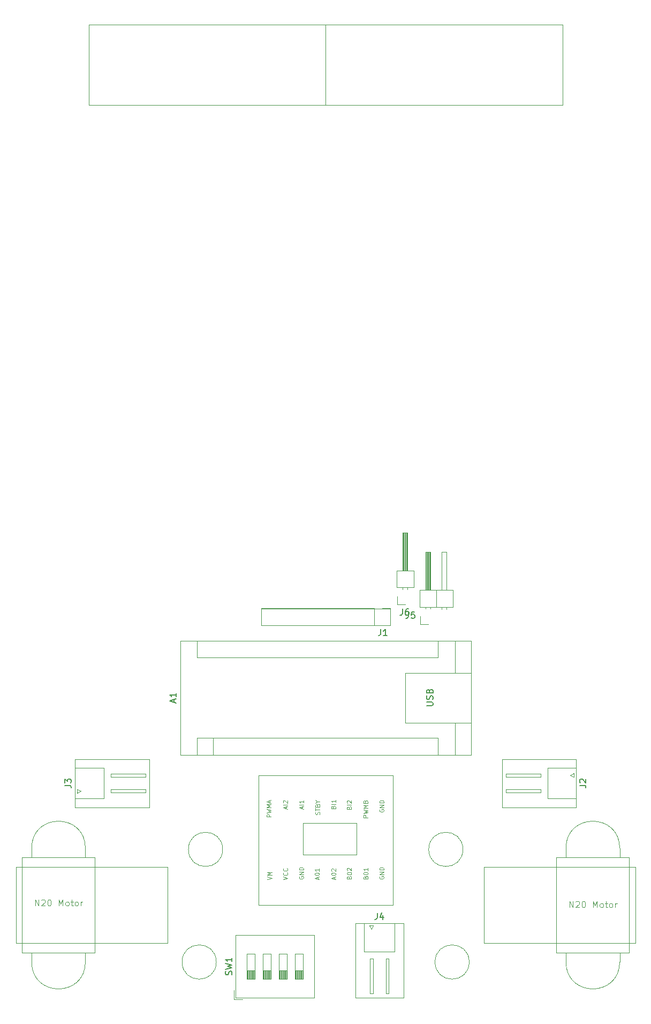
<source format=gbr>
%TF.GenerationSoftware,KiCad,Pcbnew,8.0.3*%
%TF.CreationDate,2025-03-11T13:15:15+08:00*%
%TF.ProjectId,uyLy_LFChassis,75794c79-5f4c-4464-9368-61737369732e,rev?*%
%TF.SameCoordinates,Original*%
%TF.FileFunction,Legend,Top*%
%TF.FilePolarity,Positive*%
%FSLAX46Y46*%
G04 Gerber Fmt 4.6, Leading zero omitted, Abs format (unit mm)*
G04 Created by KiCad (PCBNEW 8.0.3) date 2025-03-11 13:15:15*
%MOMM*%
%LPD*%
G01*
G04 APERTURE LIST*
%ADD10C,0.100000*%
%ADD11C,0.150000*%
%ADD12C,0.121920*%
%ADD13C,0.120000*%
G04 APERTURE END LIST*
D10*
X319404163Y-276200000D02*
G75*
G02*
X313995837Y-276200000I-2704163J0D01*
G01*
X313995837Y-276200000D02*
G75*
G02*
X319404163Y-276200000I2704163J0D01*
G01*
X286500000Y-220340000D02*
X306950000Y-220340000D01*
X306950000Y-222970000D01*
X286500000Y-222970000D01*
X286500000Y-220340000D01*
X282410000Y-271940000D02*
X294870000Y-271940000D01*
X294870000Y-281840000D01*
X282410000Y-281840000D01*
X282410000Y-271940000D01*
X248700000Y-259700000D02*
X260200000Y-259700000D01*
X260200000Y-274700000D01*
X248700000Y-274700000D01*
X248700000Y-259700000D01*
X318404163Y-258400000D02*
G75*
G02*
X312995837Y-258400000I-2704163J0D01*
G01*
X312995837Y-258400000D02*
G75*
G02*
X318404163Y-258400000I2704163J0D01*
G01*
X324590000Y-244140000D02*
X336310000Y-244140000D01*
X336310000Y-251760000D01*
X324590000Y-251760000D01*
X324590000Y-244140000D01*
X257090000Y-244140000D02*
X268810000Y-244140000D01*
X268810000Y-251760000D01*
X257090000Y-251760000D01*
X257090000Y-244140000D01*
X279404163Y-276200000D02*
G75*
G02*
X273995837Y-276200000I-2704163J0D01*
G01*
X273995837Y-276200000D02*
G75*
G02*
X279404163Y-276200000I2704163J0D01*
G01*
X321700000Y-261200000D02*
X345700000Y-261200000D01*
X345700000Y-273200000D01*
X321700000Y-273200000D01*
X321700000Y-261200000D01*
X333200000Y-259700000D02*
X344700000Y-259700000D01*
X344700000Y-274700000D01*
X333200000Y-274700000D01*
X333200000Y-259700000D01*
X273710000Y-225420000D02*
X319700000Y-225420000D01*
X319700000Y-243450000D01*
X273710000Y-243450000D01*
X273710000Y-225420000D01*
X247700000Y-261200000D02*
X271700000Y-261200000D01*
X271700000Y-273200000D01*
X247700000Y-273200000D01*
X247700000Y-261200000D01*
X301390000Y-270090000D02*
X309010000Y-270090000D01*
X309010000Y-281810000D01*
X301390000Y-281810000D01*
X301390000Y-270090000D01*
X280404163Y-258400000D02*
G75*
G02*
X274995837Y-258400000I-2704163J0D01*
G01*
X274995837Y-258400000D02*
G75*
G02*
X280404163Y-258400000I2704163J0D01*
G01*
X286125000Y-246700000D02*
X307375000Y-246700000D01*
X307375000Y-267200000D01*
X286125000Y-267200000D01*
X286125000Y-246700000D01*
X250753884Y-267322419D02*
X250753884Y-266322419D01*
X250753884Y-266322419D02*
X251325312Y-267322419D01*
X251325312Y-267322419D02*
X251325312Y-266322419D01*
X251753884Y-266417657D02*
X251801503Y-266370038D01*
X251801503Y-266370038D02*
X251896741Y-266322419D01*
X251896741Y-266322419D02*
X252134836Y-266322419D01*
X252134836Y-266322419D02*
X252230074Y-266370038D01*
X252230074Y-266370038D02*
X252277693Y-266417657D01*
X252277693Y-266417657D02*
X252325312Y-266512895D01*
X252325312Y-266512895D02*
X252325312Y-266608133D01*
X252325312Y-266608133D02*
X252277693Y-266750990D01*
X252277693Y-266750990D02*
X251706265Y-267322419D01*
X251706265Y-267322419D02*
X252325312Y-267322419D01*
X252944360Y-266322419D02*
X253039598Y-266322419D01*
X253039598Y-266322419D02*
X253134836Y-266370038D01*
X253134836Y-266370038D02*
X253182455Y-266417657D01*
X253182455Y-266417657D02*
X253230074Y-266512895D01*
X253230074Y-266512895D02*
X253277693Y-266703371D01*
X253277693Y-266703371D02*
X253277693Y-266941466D01*
X253277693Y-266941466D02*
X253230074Y-267131942D01*
X253230074Y-267131942D02*
X253182455Y-267227180D01*
X253182455Y-267227180D02*
X253134836Y-267274800D01*
X253134836Y-267274800D02*
X253039598Y-267322419D01*
X253039598Y-267322419D02*
X252944360Y-267322419D01*
X252944360Y-267322419D02*
X252849122Y-267274800D01*
X252849122Y-267274800D02*
X252801503Y-267227180D01*
X252801503Y-267227180D02*
X252753884Y-267131942D01*
X252753884Y-267131942D02*
X252706265Y-266941466D01*
X252706265Y-266941466D02*
X252706265Y-266703371D01*
X252706265Y-266703371D02*
X252753884Y-266512895D01*
X252753884Y-266512895D02*
X252801503Y-266417657D01*
X252801503Y-266417657D02*
X252849122Y-266370038D01*
X252849122Y-266370038D02*
X252944360Y-266322419D01*
X254468170Y-267322419D02*
X254468170Y-266322419D01*
X254468170Y-266322419D02*
X254801503Y-267036704D01*
X254801503Y-267036704D02*
X255134836Y-266322419D01*
X255134836Y-266322419D02*
X255134836Y-267322419D01*
X255753884Y-267322419D02*
X255658646Y-267274800D01*
X255658646Y-267274800D02*
X255611027Y-267227180D01*
X255611027Y-267227180D02*
X255563408Y-267131942D01*
X255563408Y-267131942D02*
X255563408Y-266846228D01*
X255563408Y-266846228D02*
X255611027Y-266750990D01*
X255611027Y-266750990D02*
X255658646Y-266703371D01*
X255658646Y-266703371D02*
X255753884Y-266655752D01*
X255753884Y-266655752D02*
X255896741Y-266655752D01*
X255896741Y-266655752D02*
X255991979Y-266703371D01*
X255991979Y-266703371D02*
X256039598Y-266750990D01*
X256039598Y-266750990D02*
X256087217Y-266846228D01*
X256087217Y-266846228D02*
X256087217Y-267131942D01*
X256087217Y-267131942D02*
X256039598Y-267227180D01*
X256039598Y-267227180D02*
X255991979Y-267274800D01*
X255991979Y-267274800D02*
X255896741Y-267322419D01*
X255896741Y-267322419D02*
X255753884Y-267322419D01*
X256372932Y-266655752D02*
X256753884Y-266655752D01*
X256515789Y-266322419D02*
X256515789Y-267179561D01*
X256515789Y-267179561D02*
X256563408Y-267274800D01*
X256563408Y-267274800D02*
X256658646Y-267322419D01*
X256658646Y-267322419D02*
X256753884Y-267322419D01*
X257230075Y-267322419D02*
X257134837Y-267274800D01*
X257134837Y-267274800D02*
X257087218Y-267227180D01*
X257087218Y-267227180D02*
X257039599Y-267131942D01*
X257039599Y-267131942D02*
X257039599Y-266846228D01*
X257039599Y-266846228D02*
X257087218Y-266750990D01*
X257087218Y-266750990D02*
X257134837Y-266703371D01*
X257134837Y-266703371D02*
X257230075Y-266655752D01*
X257230075Y-266655752D02*
X257372932Y-266655752D01*
X257372932Y-266655752D02*
X257468170Y-266703371D01*
X257468170Y-266703371D02*
X257515789Y-266750990D01*
X257515789Y-266750990D02*
X257563408Y-266846228D01*
X257563408Y-266846228D02*
X257563408Y-267131942D01*
X257563408Y-267131942D02*
X257515789Y-267227180D01*
X257515789Y-267227180D02*
X257468170Y-267274800D01*
X257468170Y-267274800D02*
X257372932Y-267322419D01*
X257372932Y-267322419D02*
X257230075Y-267322419D01*
X257991980Y-267322419D02*
X257991980Y-266655752D01*
X257991980Y-266846228D02*
X258039599Y-266750990D01*
X258039599Y-266750990D02*
X258087218Y-266703371D01*
X258087218Y-266703371D02*
X258182456Y-266655752D01*
X258182456Y-266655752D02*
X258277694Y-266655752D01*
X335253884Y-267572419D02*
X335253884Y-266572419D01*
X335253884Y-266572419D02*
X335825312Y-267572419D01*
X335825312Y-267572419D02*
X335825312Y-266572419D01*
X336253884Y-266667657D02*
X336301503Y-266620038D01*
X336301503Y-266620038D02*
X336396741Y-266572419D01*
X336396741Y-266572419D02*
X336634836Y-266572419D01*
X336634836Y-266572419D02*
X336730074Y-266620038D01*
X336730074Y-266620038D02*
X336777693Y-266667657D01*
X336777693Y-266667657D02*
X336825312Y-266762895D01*
X336825312Y-266762895D02*
X336825312Y-266858133D01*
X336825312Y-266858133D02*
X336777693Y-267000990D01*
X336777693Y-267000990D02*
X336206265Y-267572419D01*
X336206265Y-267572419D02*
X336825312Y-267572419D01*
X337444360Y-266572419D02*
X337539598Y-266572419D01*
X337539598Y-266572419D02*
X337634836Y-266620038D01*
X337634836Y-266620038D02*
X337682455Y-266667657D01*
X337682455Y-266667657D02*
X337730074Y-266762895D01*
X337730074Y-266762895D02*
X337777693Y-266953371D01*
X337777693Y-266953371D02*
X337777693Y-267191466D01*
X337777693Y-267191466D02*
X337730074Y-267381942D01*
X337730074Y-267381942D02*
X337682455Y-267477180D01*
X337682455Y-267477180D02*
X337634836Y-267524800D01*
X337634836Y-267524800D02*
X337539598Y-267572419D01*
X337539598Y-267572419D02*
X337444360Y-267572419D01*
X337444360Y-267572419D02*
X337349122Y-267524800D01*
X337349122Y-267524800D02*
X337301503Y-267477180D01*
X337301503Y-267477180D02*
X337253884Y-267381942D01*
X337253884Y-267381942D02*
X337206265Y-267191466D01*
X337206265Y-267191466D02*
X337206265Y-266953371D01*
X337206265Y-266953371D02*
X337253884Y-266762895D01*
X337253884Y-266762895D02*
X337301503Y-266667657D01*
X337301503Y-266667657D02*
X337349122Y-266620038D01*
X337349122Y-266620038D02*
X337444360Y-266572419D01*
X338968170Y-267572419D02*
X338968170Y-266572419D01*
X338968170Y-266572419D02*
X339301503Y-267286704D01*
X339301503Y-267286704D02*
X339634836Y-266572419D01*
X339634836Y-266572419D02*
X339634836Y-267572419D01*
X340253884Y-267572419D02*
X340158646Y-267524800D01*
X340158646Y-267524800D02*
X340111027Y-267477180D01*
X340111027Y-267477180D02*
X340063408Y-267381942D01*
X340063408Y-267381942D02*
X340063408Y-267096228D01*
X340063408Y-267096228D02*
X340111027Y-267000990D01*
X340111027Y-267000990D02*
X340158646Y-266953371D01*
X340158646Y-266953371D02*
X340253884Y-266905752D01*
X340253884Y-266905752D02*
X340396741Y-266905752D01*
X340396741Y-266905752D02*
X340491979Y-266953371D01*
X340491979Y-266953371D02*
X340539598Y-267000990D01*
X340539598Y-267000990D02*
X340587217Y-267096228D01*
X340587217Y-267096228D02*
X340587217Y-267381942D01*
X340587217Y-267381942D02*
X340539598Y-267477180D01*
X340539598Y-267477180D02*
X340491979Y-267524800D01*
X340491979Y-267524800D02*
X340396741Y-267572419D01*
X340396741Y-267572419D02*
X340253884Y-267572419D01*
X340872932Y-266905752D02*
X341253884Y-266905752D01*
X341015789Y-266572419D02*
X341015789Y-267429561D01*
X341015789Y-267429561D02*
X341063408Y-267524800D01*
X341063408Y-267524800D02*
X341158646Y-267572419D01*
X341158646Y-267572419D02*
X341253884Y-267572419D01*
X341730075Y-267572419D02*
X341634837Y-267524800D01*
X341634837Y-267524800D02*
X341587218Y-267477180D01*
X341587218Y-267477180D02*
X341539599Y-267381942D01*
X341539599Y-267381942D02*
X341539599Y-267096228D01*
X341539599Y-267096228D02*
X341587218Y-267000990D01*
X341587218Y-267000990D02*
X341634837Y-266953371D01*
X341634837Y-266953371D02*
X341730075Y-266905752D01*
X341730075Y-266905752D02*
X341872932Y-266905752D01*
X341872932Y-266905752D02*
X341968170Y-266953371D01*
X341968170Y-266953371D02*
X342015789Y-267000990D01*
X342015789Y-267000990D02*
X342063408Y-267096228D01*
X342063408Y-267096228D02*
X342063408Y-267381942D01*
X342063408Y-267381942D02*
X342015789Y-267477180D01*
X342015789Y-267477180D02*
X341968170Y-267524800D01*
X341968170Y-267524800D02*
X341872932Y-267572419D01*
X341872932Y-267572419D02*
X341730075Y-267572419D01*
X342491980Y-267572419D02*
X342491980Y-266905752D01*
X342491980Y-267096228D02*
X342539599Y-267000990D01*
X342539599Y-267000990D02*
X342587218Y-266953371D01*
X342587218Y-266953371D02*
X342682456Y-266905752D01*
X342682456Y-266905752D02*
X342777694Y-266905752D01*
D11*
X336854819Y-248283333D02*
X337569104Y-248283333D01*
X337569104Y-248283333D02*
X337711961Y-248330952D01*
X337711961Y-248330952D02*
X337807200Y-248426190D01*
X337807200Y-248426190D02*
X337854819Y-248569047D01*
X337854819Y-248569047D02*
X337854819Y-248664285D01*
X336950057Y-247854761D02*
X336902438Y-247807142D01*
X336902438Y-247807142D02*
X336854819Y-247711904D01*
X336854819Y-247711904D02*
X336854819Y-247473809D01*
X336854819Y-247473809D02*
X336902438Y-247378571D01*
X336902438Y-247378571D02*
X336950057Y-247330952D01*
X336950057Y-247330952D02*
X337045295Y-247283333D01*
X337045295Y-247283333D02*
X337140533Y-247283333D01*
X337140533Y-247283333D02*
X337283390Y-247330952D01*
X337283390Y-247330952D02*
X337854819Y-247902380D01*
X337854819Y-247902380D02*
X337854819Y-247283333D01*
X304866666Y-268454819D02*
X304866666Y-269169104D01*
X304866666Y-269169104D02*
X304819047Y-269311961D01*
X304819047Y-269311961D02*
X304723809Y-269407200D01*
X304723809Y-269407200D02*
X304580952Y-269454819D01*
X304580952Y-269454819D02*
X304485714Y-269454819D01*
X305771428Y-268788152D02*
X305771428Y-269454819D01*
X305533333Y-268407200D02*
X305295238Y-269121485D01*
X305295238Y-269121485D02*
X305914285Y-269121485D01*
X308856666Y-220404819D02*
X308856666Y-221119104D01*
X308856666Y-221119104D02*
X308809047Y-221261961D01*
X308809047Y-221261961D02*
X308713809Y-221357200D01*
X308713809Y-221357200D02*
X308570952Y-221404819D01*
X308570952Y-221404819D02*
X308475714Y-221404819D01*
X309761428Y-220404819D02*
X309570952Y-220404819D01*
X309570952Y-220404819D02*
X309475714Y-220452438D01*
X309475714Y-220452438D02*
X309428095Y-220500057D01*
X309428095Y-220500057D02*
X309332857Y-220642914D01*
X309332857Y-220642914D02*
X309285238Y-220833390D01*
X309285238Y-220833390D02*
X309285238Y-221214342D01*
X309285238Y-221214342D02*
X309332857Y-221309580D01*
X309332857Y-221309580D02*
X309380476Y-221357200D01*
X309380476Y-221357200D02*
X309475714Y-221404819D01*
X309475714Y-221404819D02*
X309666190Y-221404819D01*
X309666190Y-221404819D02*
X309761428Y-221357200D01*
X309761428Y-221357200D02*
X309809047Y-221309580D01*
X309809047Y-221309580D02*
X309856666Y-221214342D01*
X309856666Y-221214342D02*
X309856666Y-220976247D01*
X309856666Y-220976247D02*
X309809047Y-220881009D01*
X309809047Y-220881009D02*
X309761428Y-220833390D01*
X309761428Y-220833390D02*
X309666190Y-220785771D01*
X309666190Y-220785771D02*
X309475714Y-220785771D01*
X309475714Y-220785771D02*
X309380476Y-220833390D01*
X309380476Y-220833390D02*
X309332857Y-220881009D01*
X309332857Y-220881009D02*
X309285238Y-220976247D01*
X281817200Y-278223332D02*
X281864819Y-278080475D01*
X281864819Y-278080475D02*
X281864819Y-277842380D01*
X281864819Y-277842380D02*
X281817200Y-277747142D01*
X281817200Y-277747142D02*
X281769580Y-277699523D01*
X281769580Y-277699523D02*
X281674342Y-277651904D01*
X281674342Y-277651904D02*
X281579104Y-277651904D01*
X281579104Y-277651904D02*
X281483866Y-277699523D01*
X281483866Y-277699523D02*
X281436247Y-277747142D01*
X281436247Y-277747142D02*
X281388628Y-277842380D01*
X281388628Y-277842380D02*
X281341009Y-278032856D01*
X281341009Y-278032856D02*
X281293390Y-278128094D01*
X281293390Y-278128094D02*
X281245771Y-278175713D01*
X281245771Y-278175713D02*
X281150533Y-278223332D01*
X281150533Y-278223332D02*
X281055295Y-278223332D01*
X281055295Y-278223332D02*
X280960057Y-278175713D01*
X280960057Y-278175713D02*
X280912438Y-278128094D01*
X280912438Y-278128094D02*
X280864819Y-278032856D01*
X280864819Y-278032856D02*
X280864819Y-277794761D01*
X280864819Y-277794761D02*
X280912438Y-277651904D01*
X280864819Y-277318570D02*
X281864819Y-277080475D01*
X281864819Y-277080475D02*
X281150533Y-276889999D01*
X281150533Y-276889999D02*
X281864819Y-276699523D01*
X281864819Y-276699523D02*
X280864819Y-276461428D01*
X281864819Y-275556666D02*
X281864819Y-276128094D01*
X281864819Y-275842380D02*
X280864819Y-275842380D01*
X280864819Y-275842380D02*
X281007676Y-275937618D01*
X281007676Y-275937618D02*
X281102914Y-276032856D01*
X281102914Y-276032856D02*
X281150533Y-276128094D01*
X309791666Y-220879819D02*
X309791666Y-221594104D01*
X309791666Y-221594104D02*
X309744047Y-221736961D01*
X309744047Y-221736961D02*
X309648809Y-221832200D01*
X309648809Y-221832200D02*
X309505952Y-221879819D01*
X309505952Y-221879819D02*
X309410714Y-221879819D01*
X310744047Y-220879819D02*
X310267857Y-220879819D01*
X310267857Y-220879819D02*
X310220238Y-221356009D01*
X310220238Y-221356009D02*
X310267857Y-221308390D01*
X310267857Y-221308390D02*
X310363095Y-221260771D01*
X310363095Y-221260771D02*
X310601190Y-221260771D01*
X310601190Y-221260771D02*
X310696428Y-221308390D01*
X310696428Y-221308390D02*
X310744047Y-221356009D01*
X310744047Y-221356009D02*
X310791666Y-221451247D01*
X310791666Y-221451247D02*
X310791666Y-221689342D01*
X310791666Y-221689342D02*
X310744047Y-221784580D01*
X310744047Y-221784580D02*
X310696428Y-221832200D01*
X310696428Y-221832200D02*
X310601190Y-221879819D01*
X310601190Y-221879819D02*
X310363095Y-221879819D01*
X310363095Y-221879819D02*
X310267857Y-221832200D01*
X310267857Y-221832200D02*
X310220238Y-221784580D01*
X272739104Y-235154285D02*
X272739104Y-234678095D01*
X273024819Y-235249523D02*
X272024819Y-234916190D01*
X272024819Y-234916190D02*
X273024819Y-234582857D01*
X273024819Y-233725714D02*
X273024819Y-234297142D01*
X273024819Y-234011428D02*
X272024819Y-234011428D01*
X272024819Y-234011428D02*
X272167676Y-234106666D01*
X272167676Y-234106666D02*
X272262914Y-234201904D01*
X272262914Y-234201904D02*
X272310533Y-234297142D01*
X312664819Y-235701904D02*
X313474342Y-235701904D01*
X313474342Y-235701904D02*
X313569580Y-235654285D01*
X313569580Y-235654285D02*
X313617200Y-235606666D01*
X313617200Y-235606666D02*
X313664819Y-235511428D01*
X313664819Y-235511428D02*
X313664819Y-235320952D01*
X313664819Y-235320952D02*
X313617200Y-235225714D01*
X313617200Y-235225714D02*
X313569580Y-235178095D01*
X313569580Y-235178095D02*
X313474342Y-235130476D01*
X313474342Y-235130476D02*
X312664819Y-235130476D01*
X313617200Y-234701904D02*
X313664819Y-234559047D01*
X313664819Y-234559047D02*
X313664819Y-234320952D01*
X313664819Y-234320952D02*
X313617200Y-234225714D01*
X313617200Y-234225714D02*
X313569580Y-234178095D01*
X313569580Y-234178095D02*
X313474342Y-234130476D01*
X313474342Y-234130476D02*
X313379104Y-234130476D01*
X313379104Y-234130476D02*
X313283866Y-234178095D01*
X313283866Y-234178095D02*
X313236247Y-234225714D01*
X313236247Y-234225714D02*
X313188628Y-234320952D01*
X313188628Y-234320952D02*
X313141009Y-234511428D01*
X313141009Y-234511428D02*
X313093390Y-234606666D01*
X313093390Y-234606666D02*
X313045771Y-234654285D01*
X313045771Y-234654285D02*
X312950533Y-234701904D01*
X312950533Y-234701904D02*
X312855295Y-234701904D01*
X312855295Y-234701904D02*
X312760057Y-234654285D01*
X312760057Y-234654285D02*
X312712438Y-234606666D01*
X312712438Y-234606666D02*
X312664819Y-234511428D01*
X312664819Y-234511428D02*
X312664819Y-234273333D01*
X312664819Y-234273333D02*
X312712438Y-234130476D01*
X313141009Y-233368571D02*
X313188628Y-233225714D01*
X313188628Y-233225714D02*
X313236247Y-233178095D01*
X313236247Y-233178095D02*
X313331485Y-233130476D01*
X313331485Y-233130476D02*
X313474342Y-233130476D01*
X313474342Y-233130476D02*
X313569580Y-233178095D01*
X313569580Y-233178095D02*
X313617200Y-233225714D01*
X313617200Y-233225714D02*
X313664819Y-233320952D01*
X313664819Y-233320952D02*
X313664819Y-233701904D01*
X313664819Y-233701904D02*
X312664819Y-233701904D01*
X312664819Y-233701904D02*
X312664819Y-233368571D01*
X312664819Y-233368571D02*
X312712438Y-233273333D01*
X312712438Y-233273333D02*
X312760057Y-233225714D01*
X312760057Y-233225714D02*
X312855295Y-233178095D01*
X312855295Y-233178095D02*
X312950533Y-233178095D01*
X312950533Y-233178095D02*
X313045771Y-233225714D01*
X313045771Y-233225714D02*
X313093390Y-233273333D01*
X313093390Y-233273333D02*
X313141009Y-233368571D01*
X313141009Y-233368571D02*
X313141009Y-233701904D01*
X255454819Y-248283333D02*
X256169104Y-248283333D01*
X256169104Y-248283333D02*
X256311961Y-248330952D01*
X256311961Y-248330952D02*
X256407200Y-248426190D01*
X256407200Y-248426190D02*
X256454819Y-248569047D01*
X256454819Y-248569047D02*
X256454819Y-248664285D01*
X255454819Y-247902380D02*
X255454819Y-247283333D01*
X255454819Y-247283333D02*
X255835771Y-247616666D01*
X255835771Y-247616666D02*
X255835771Y-247473809D01*
X255835771Y-247473809D02*
X255883390Y-247378571D01*
X255883390Y-247378571D02*
X255931009Y-247330952D01*
X255931009Y-247330952D02*
X256026247Y-247283333D01*
X256026247Y-247283333D02*
X256264342Y-247283333D01*
X256264342Y-247283333D02*
X256359580Y-247330952D01*
X256359580Y-247330952D02*
X256407200Y-247378571D01*
X256407200Y-247378571D02*
X256454819Y-247473809D01*
X256454819Y-247473809D02*
X256454819Y-247759523D01*
X256454819Y-247759523D02*
X256407200Y-247854761D01*
X256407200Y-247854761D02*
X256359580Y-247902380D01*
X305401666Y-223604819D02*
X305401666Y-224319104D01*
X305401666Y-224319104D02*
X305354047Y-224461961D01*
X305354047Y-224461961D02*
X305258809Y-224557200D01*
X305258809Y-224557200D02*
X305115952Y-224604819D01*
X305115952Y-224604819D02*
X305020714Y-224604819D01*
X306401666Y-224604819D02*
X305830238Y-224604819D01*
X306115952Y-224604819D02*
X306115952Y-223604819D01*
X306115952Y-223604819D02*
X306020714Y-223747676D01*
X306020714Y-223747676D02*
X305925476Y-223842914D01*
X305925476Y-223842914D02*
X305830238Y-223890533D01*
D12*
X300412220Y-262825001D02*
X300445119Y-262726304D01*
X300445119Y-262726304D02*
X300478018Y-262693405D01*
X300478018Y-262693405D02*
X300543816Y-262660506D01*
X300543816Y-262660506D02*
X300642513Y-262660506D01*
X300642513Y-262660506D02*
X300708311Y-262693405D01*
X300708311Y-262693405D02*
X300741211Y-262726304D01*
X300741211Y-262726304D02*
X300774110Y-262792102D01*
X300774110Y-262792102D02*
X300774110Y-263055294D01*
X300774110Y-263055294D02*
X300083230Y-263055294D01*
X300083230Y-263055294D02*
X300083230Y-262825001D01*
X300083230Y-262825001D02*
X300116129Y-262759203D01*
X300116129Y-262759203D02*
X300149028Y-262726304D01*
X300149028Y-262726304D02*
X300214826Y-262693405D01*
X300214826Y-262693405D02*
X300280624Y-262693405D01*
X300280624Y-262693405D02*
X300346422Y-262726304D01*
X300346422Y-262726304D02*
X300379321Y-262759203D01*
X300379321Y-262759203D02*
X300412220Y-262825001D01*
X300412220Y-262825001D02*
X300412220Y-263055294D01*
X300083230Y-262232818D02*
X300083230Y-262167020D01*
X300083230Y-262167020D02*
X300116129Y-262101222D01*
X300116129Y-262101222D02*
X300149028Y-262068323D01*
X300149028Y-262068323D02*
X300214826Y-262035424D01*
X300214826Y-262035424D02*
X300346422Y-262002525D01*
X300346422Y-262002525D02*
X300510917Y-262002525D01*
X300510917Y-262002525D02*
X300642513Y-262035424D01*
X300642513Y-262035424D02*
X300708311Y-262068323D01*
X300708311Y-262068323D02*
X300741211Y-262101222D01*
X300741211Y-262101222D02*
X300774110Y-262167020D01*
X300774110Y-262167020D02*
X300774110Y-262232818D01*
X300774110Y-262232818D02*
X300741211Y-262298616D01*
X300741211Y-262298616D02*
X300708311Y-262331515D01*
X300708311Y-262331515D02*
X300642513Y-262364414D01*
X300642513Y-262364414D02*
X300510917Y-262397313D01*
X300510917Y-262397313D02*
X300346422Y-262397313D01*
X300346422Y-262397313D02*
X300214826Y-262364414D01*
X300214826Y-262364414D02*
X300149028Y-262331515D01*
X300149028Y-262331515D02*
X300116129Y-262298616D01*
X300116129Y-262298616D02*
X300083230Y-262232818D01*
X300149028Y-261739332D02*
X300116129Y-261706433D01*
X300116129Y-261706433D02*
X300083230Y-261640635D01*
X300083230Y-261640635D02*
X300083230Y-261476140D01*
X300083230Y-261476140D02*
X300116129Y-261410342D01*
X300116129Y-261410342D02*
X300149028Y-261377443D01*
X300149028Y-261377443D02*
X300214826Y-261344544D01*
X300214826Y-261344544D02*
X300280624Y-261344544D01*
X300280624Y-261344544D02*
X300379321Y-261377443D01*
X300379321Y-261377443D02*
X300774110Y-261772231D01*
X300774110Y-261772231D02*
X300774110Y-261344544D01*
X305216129Y-262693405D02*
X305183230Y-262759203D01*
X305183230Y-262759203D02*
X305183230Y-262857900D01*
X305183230Y-262857900D02*
X305216129Y-262956597D01*
X305216129Y-262956597D02*
X305281927Y-263022395D01*
X305281927Y-263022395D02*
X305347725Y-263055294D01*
X305347725Y-263055294D02*
X305479321Y-263088193D01*
X305479321Y-263088193D02*
X305578018Y-263088193D01*
X305578018Y-263088193D02*
X305709614Y-263055294D01*
X305709614Y-263055294D02*
X305775412Y-263022395D01*
X305775412Y-263022395D02*
X305841211Y-262956597D01*
X305841211Y-262956597D02*
X305874110Y-262857900D01*
X305874110Y-262857900D02*
X305874110Y-262792102D01*
X305874110Y-262792102D02*
X305841211Y-262693405D01*
X305841211Y-262693405D02*
X305808311Y-262660506D01*
X305808311Y-262660506D02*
X305578018Y-262660506D01*
X305578018Y-262660506D02*
X305578018Y-262792102D01*
X305874110Y-262364414D02*
X305183230Y-262364414D01*
X305183230Y-262364414D02*
X305874110Y-261969626D01*
X305874110Y-261969626D02*
X305183230Y-261969626D01*
X305874110Y-261640635D02*
X305183230Y-261640635D01*
X305183230Y-261640635D02*
X305183230Y-261476140D01*
X305183230Y-261476140D02*
X305216129Y-261377443D01*
X305216129Y-261377443D02*
X305281927Y-261311645D01*
X305281927Y-261311645D02*
X305347725Y-261278746D01*
X305347725Y-261278746D02*
X305479321Y-261245847D01*
X305479321Y-261245847D02*
X305578018Y-261245847D01*
X305578018Y-261245847D02*
X305709614Y-261278746D01*
X305709614Y-261278746D02*
X305775412Y-261311645D01*
X305775412Y-261311645D02*
X305841211Y-261377443D01*
X305841211Y-261377443D02*
X305874110Y-261476140D01*
X305874110Y-261476140D02*
X305874110Y-261640635D01*
X295476715Y-263088193D02*
X295476715Y-262759203D01*
X295674110Y-263153991D02*
X294983230Y-262923698D01*
X294983230Y-262923698D02*
X295674110Y-262693405D01*
X294983230Y-262331515D02*
X294983230Y-262265717D01*
X294983230Y-262265717D02*
X295016129Y-262199919D01*
X295016129Y-262199919D02*
X295049028Y-262167020D01*
X295049028Y-262167020D02*
X295114826Y-262134121D01*
X295114826Y-262134121D02*
X295246422Y-262101222D01*
X295246422Y-262101222D02*
X295410917Y-262101222D01*
X295410917Y-262101222D02*
X295542513Y-262134121D01*
X295542513Y-262134121D02*
X295608311Y-262167020D01*
X295608311Y-262167020D02*
X295641211Y-262199919D01*
X295641211Y-262199919D02*
X295674110Y-262265717D01*
X295674110Y-262265717D02*
X295674110Y-262331515D01*
X295674110Y-262331515D02*
X295641211Y-262397313D01*
X295641211Y-262397313D02*
X295608311Y-262430212D01*
X295608311Y-262430212D02*
X295542513Y-262463111D01*
X295542513Y-262463111D02*
X295410917Y-262496010D01*
X295410917Y-262496010D02*
X295246422Y-262496010D01*
X295246422Y-262496010D02*
X295114826Y-262463111D01*
X295114826Y-262463111D02*
X295049028Y-262430212D01*
X295049028Y-262430212D02*
X295016129Y-262397313D01*
X295016129Y-262397313D02*
X294983230Y-262331515D01*
X295674110Y-261443241D02*
X295674110Y-261838029D01*
X295674110Y-261640635D02*
X294983230Y-261640635D01*
X294983230Y-261640635D02*
X295081927Y-261706433D01*
X295081927Y-261706433D02*
X295147725Y-261772231D01*
X295147725Y-261772231D02*
X295180624Y-261838029D01*
X300412220Y-251825001D02*
X300445119Y-251726304D01*
X300445119Y-251726304D02*
X300478018Y-251693405D01*
X300478018Y-251693405D02*
X300543816Y-251660506D01*
X300543816Y-251660506D02*
X300642513Y-251660506D01*
X300642513Y-251660506D02*
X300708311Y-251693405D01*
X300708311Y-251693405D02*
X300741211Y-251726304D01*
X300741211Y-251726304D02*
X300774110Y-251792102D01*
X300774110Y-251792102D02*
X300774110Y-252055294D01*
X300774110Y-252055294D02*
X300083230Y-252055294D01*
X300083230Y-252055294D02*
X300083230Y-251825001D01*
X300083230Y-251825001D02*
X300116129Y-251759203D01*
X300116129Y-251759203D02*
X300149028Y-251726304D01*
X300149028Y-251726304D02*
X300214826Y-251693405D01*
X300214826Y-251693405D02*
X300280624Y-251693405D01*
X300280624Y-251693405D02*
X300346422Y-251726304D01*
X300346422Y-251726304D02*
X300379321Y-251759203D01*
X300379321Y-251759203D02*
X300412220Y-251825001D01*
X300412220Y-251825001D02*
X300412220Y-252055294D01*
X300774110Y-251364414D02*
X300083230Y-251364414D01*
X300149028Y-251068323D02*
X300116129Y-251035424D01*
X300116129Y-251035424D02*
X300083230Y-250969626D01*
X300083230Y-250969626D02*
X300083230Y-250805131D01*
X300083230Y-250805131D02*
X300116129Y-250739333D01*
X300116129Y-250739333D02*
X300149028Y-250706434D01*
X300149028Y-250706434D02*
X300214826Y-250673535D01*
X300214826Y-250673535D02*
X300280624Y-250673535D01*
X300280624Y-250673535D02*
X300379321Y-250706434D01*
X300379321Y-250706434D02*
X300774110Y-251101222D01*
X300774110Y-251101222D02*
X300774110Y-250673535D01*
X303012220Y-262825001D02*
X303045119Y-262726304D01*
X303045119Y-262726304D02*
X303078018Y-262693405D01*
X303078018Y-262693405D02*
X303143816Y-262660506D01*
X303143816Y-262660506D02*
X303242513Y-262660506D01*
X303242513Y-262660506D02*
X303308311Y-262693405D01*
X303308311Y-262693405D02*
X303341211Y-262726304D01*
X303341211Y-262726304D02*
X303374110Y-262792102D01*
X303374110Y-262792102D02*
X303374110Y-263055294D01*
X303374110Y-263055294D02*
X302683230Y-263055294D01*
X302683230Y-263055294D02*
X302683230Y-262825001D01*
X302683230Y-262825001D02*
X302716129Y-262759203D01*
X302716129Y-262759203D02*
X302749028Y-262726304D01*
X302749028Y-262726304D02*
X302814826Y-262693405D01*
X302814826Y-262693405D02*
X302880624Y-262693405D01*
X302880624Y-262693405D02*
X302946422Y-262726304D01*
X302946422Y-262726304D02*
X302979321Y-262759203D01*
X302979321Y-262759203D02*
X303012220Y-262825001D01*
X303012220Y-262825001D02*
X303012220Y-263055294D01*
X302683230Y-262232818D02*
X302683230Y-262167020D01*
X302683230Y-262167020D02*
X302716129Y-262101222D01*
X302716129Y-262101222D02*
X302749028Y-262068323D01*
X302749028Y-262068323D02*
X302814826Y-262035424D01*
X302814826Y-262035424D02*
X302946422Y-262002525D01*
X302946422Y-262002525D02*
X303110917Y-262002525D01*
X303110917Y-262002525D02*
X303242513Y-262035424D01*
X303242513Y-262035424D02*
X303308311Y-262068323D01*
X303308311Y-262068323D02*
X303341211Y-262101222D01*
X303341211Y-262101222D02*
X303374110Y-262167020D01*
X303374110Y-262167020D02*
X303374110Y-262232818D01*
X303374110Y-262232818D02*
X303341211Y-262298616D01*
X303341211Y-262298616D02*
X303308311Y-262331515D01*
X303308311Y-262331515D02*
X303242513Y-262364414D01*
X303242513Y-262364414D02*
X303110917Y-262397313D01*
X303110917Y-262397313D02*
X302946422Y-262397313D01*
X302946422Y-262397313D02*
X302814826Y-262364414D01*
X302814826Y-262364414D02*
X302749028Y-262331515D01*
X302749028Y-262331515D02*
X302716129Y-262298616D01*
X302716129Y-262298616D02*
X302683230Y-262232818D01*
X303374110Y-261344544D02*
X303374110Y-261739332D01*
X303374110Y-261541938D02*
X302683230Y-261541938D01*
X302683230Y-261541938D02*
X302781927Y-261607736D01*
X302781927Y-261607736D02*
X302847725Y-261673534D01*
X302847725Y-261673534D02*
X302880624Y-261739332D01*
X288074110Y-253255294D02*
X287383230Y-253255294D01*
X287383230Y-253255294D02*
X287383230Y-252992102D01*
X287383230Y-252992102D02*
X287416129Y-252926304D01*
X287416129Y-252926304D02*
X287449028Y-252893405D01*
X287449028Y-252893405D02*
X287514826Y-252860506D01*
X287514826Y-252860506D02*
X287613523Y-252860506D01*
X287613523Y-252860506D02*
X287679321Y-252893405D01*
X287679321Y-252893405D02*
X287712220Y-252926304D01*
X287712220Y-252926304D02*
X287745119Y-252992102D01*
X287745119Y-252992102D02*
X287745119Y-253255294D01*
X287383230Y-252630212D02*
X288074110Y-252465717D01*
X288074110Y-252465717D02*
X287580624Y-252334121D01*
X287580624Y-252334121D02*
X288074110Y-252202525D01*
X288074110Y-252202525D02*
X287383230Y-252038030D01*
X288074110Y-251774837D02*
X287383230Y-251774837D01*
X287383230Y-251774837D02*
X287876715Y-251544544D01*
X287876715Y-251544544D02*
X287383230Y-251314251D01*
X287383230Y-251314251D02*
X288074110Y-251314251D01*
X287876715Y-251018159D02*
X287876715Y-250689169D01*
X288074110Y-251083957D02*
X287383230Y-250853664D01*
X287383230Y-250853664D02*
X288074110Y-250623371D01*
X289983230Y-263153991D02*
X290674110Y-262923698D01*
X290674110Y-262923698D02*
X289983230Y-262693405D01*
X290608311Y-262068323D02*
X290641211Y-262101222D01*
X290641211Y-262101222D02*
X290674110Y-262199919D01*
X290674110Y-262199919D02*
X290674110Y-262265717D01*
X290674110Y-262265717D02*
X290641211Y-262364414D01*
X290641211Y-262364414D02*
X290575412Y-262430212D01*
X290575412Y-262430212D02*
X290509614Y-262463111D01*
X290509614Y-262463111D02*
X290378018Y-262496010D01*
X290378018Y-262496010D02*
X290279321Y-262496010D01*
X290279321Y-262496010D02*
X290147725Y-262463111D01*
X290147725Y-262463111D02*
X290081927Y-262430212D01*
X290081927Y-262430212D02*
X290016129Y-262364414D01*
X290016129Y-262364414D02*
X289983230Y-262265717D01*
X289983230Y-262265717D02*
X289983230Y-262199919D01*
X289983230Y-262199919D02*
X290016129Y-262101222D01*
X290016129Y-262101222D02*
X290049028Y-262068323D01*
X290608311Y-261377443D02*
X290641211Y-261410342D01*
X290641211Y-261410342D02*
X290674110Y-261509039D01*
X290674110Y-261509039D02*
X290674110Y-261574837D01*
X290674110Y-261574837D02*
X290641211Y-261673534D01*
X290641211Y-261673534D02*
X290575412Y-261739332D01*
X290575412Y-261739332D02*
X290509614Y-261772231D01*
X290509614Y-261772231D02*
X290378018Y-261805130D01*
X290378018Y-261805130D02*
X290279321Y-261805130D01*
X290279321Y-261805130D02*
X290147725Y-261772231D01*
X290147725Y-261772231D02*
X290081927Y-261739332D01*
X290081927Y-261739332D02*
X290016129Y-261673534D01*
X290016129Y-261673534D02*
X289983230Y-261574837D01*
X289983230Y-261574837D02*
X289983230Y-261509039D01*
X289983230Y-261509039D02*
X290016129Y-261410342D01*
X290016129Y-261410342D02*
X290049028Y-261377443D01*
X290443115Y-251988193D02*
X290443115Y-251659203D01*
X290640510Y-252053991D02*
X289949630Y-251823698D01*
X289949630Y-251823698D02*
X290640510Y-251593405D01*
X290640510Y-251363111D02*
X289949630Y-251363111D01*
X290015428Y-251067020D02*
X289982529Y-251034121D01*
X289982529Y-251034121D02*
X289949630Y-250968323D01*
X289949630Y-250968323D02*
X289949630Y-250803828D01*
X289949630Y-250803828D02*
X289982529Y-250738030D01*
X289982529Y-250738030D02*
X290015428Y-250705131D01*
X290015428Y-250705131D02*
X290081226Y-250672232D01*
X290081226Y-250672232D02*
X290147024Y-250672232D01*
X290147024Y-250672232D02*
X290245721Y-250705131D01*
X290245721Y-250705131D02*
X290640510Y-251099919D01*
X290640510Y-251099919D02*
X290640510Y-250672232D01*
X298076715Y-263088193D02*
X298076715Y-262759203D01*
X298274110Y-263153991D02*
X297583230Y-262923698D01*
X297583230Y-262923698D02*
X298274110Y-262693405D01*
X297583230Y-262331515D02*
X297583230Y-262265717D01*
X297583230Y-262265717D02*
X297616129Y-262199919D01*
X297616129Y-262199919D02*
X297649028Y-262167020D01*
X297649028Y-262167020D02*
X297714826Y-262134121D01*
X297714826Y-262134121D02*
X297846422Y-262101222D01*
X297846422Y-262101222D02*
X298010917Y-262101222D01*
X298010917Y-262101222D02*
X298142513Y-262134121D01*
X298142513Y-262134121D02*
X298208311Y-262167020D01*
X298208311Y-262167020D02*
X298241211Y-262199919D01*
X298241211Y-262199919D02*
X298274110Y-262265717D01*
X298274110Y-262265717D02*
X298274110Y-262331515D01*
X298274110Y-262331515D02*
X298241211Y-262397313D01*
X298241211Y-262397313D02*
X298208311Y-262430212D01*
X298208311Y-262430212D02*
X298142513Y-262463111D01*
X298142513Y-262463111D02*
X298010917Y-262496010D01*
X298010917Y-262496010D02*
X297846422Y-262496010D01*
X297846422Y-262496010D02*
X297714826Y-262463111D01*
X297714826Y-262463111D02*
X297649028Y-262430212D01*
X297649028Y-262430212D02*
X297616129Y-262397313D01*
X297616129Y-262397313D02*
X297583230Y-262331515D01*
X297649028Y-261838029D02*
X297616129Y-261805130D01*
X297616129Y-261805130D02*
X297583230Y-261739332D01*
X297583230Y-261739332D02*
X297583230Y-261574837D01*
X297583230Y-261574837D02*
X297616129Y-261509039D01*
X297616129Y-261509039D02*
X297649028Y-261476140D01*
X297649028Y-261476140D02*
X297714826Y-261443241D01*
X297714826Y-261443241D02*
X297780624Y-261443241D01*
X297780624Y-261443241D02*
X297879321Y-261476140D01*
X297879321Y-261476140D02*
X298274110Y-261870928D01*
X298274110Y-261870928D02*
X298274110Y-261443241D01*
X305222529Y-252093405D02*
X305189630Y-252159203D01*
X305189630Y-252159203D02*
X305189630Y-252257900D01*
X305189630Y-252257900D02*
X305222529Y-252356597D01*
X305222529Y-252356597D02*
X305288327Y-252422395D01*
X305288327Y-252422395D02*
X305354125Y-252455294D01*
X305354125Y-252455294D02*
X305485721Y-252488193D01*
X305485721Y-252488193D02*
X305584418Y-252488193D01*
X305584418Y-252488193D02*
X305716014Y-252455294D01*
X305716014Y-252455294D02*
X305781812Y-252422395D01*
X305781812Y-252422395D02*
X305847611Y-252356597D01*
X305847611Y-252356597D02*
X305880510Y-252257900D01*
X305880510Y-252257900D02*
X305880510Y-252192102D01*
X305880510Y-252192102D02*
X305847611Y-252093405D01*
X305847611Y-252093405D02*
X305814711Y-252060506D01*
X305814711Y-252060506D02*
X305584418Y-252060506D01*
X305584418Y-252060506D02*
X305584418Y-252192102D01*
X305880510Y-251764414D02*
X305189630Y-251764414D01*
X305189630Y-251764414D02*
X305880510Y-251369626D01*
X305880510Y-251369626D02*
X305189630Y-251369626D01*
X305880510Y-251040635D02*
X305189630Y-251040635D01*
X305189630Y-251040635D02*
X305189630Y-250876140D01*
X305189630Y-250876140D02*
X305222529Y-250777443D01*
X305222529Y-250777443D02*
X305288327Y-250711645D01*
X305288327Y-250711645D02*
X305354125Y-250678746D01*
X305354125Y-250678746D02*
X305485721Y-250645847D01*
X305485721Y-250645847D02*
X305584418Y-250645847D01*
X305584418Y-250645847D02*
X305716014Y-250678746D01*
X305716014Y-250678746D02*
X305781812Y-250711645D01*
X305781812Y-250711645D02*
X305847611Y-250777443D01*
X305847611Y-250777443D02*
X305880510Y-250876140D01*
X305880510Y-250876140D02*
X305880510Y-251040635D01*
X297898620Y-251725001D02*
X297931519Y-251626304D01*
X297931519Y-251626304D02*
X297964418Y-251593405D01*
X297964418Y-251593405D02*
X298030216Y-251560506D01*
X298030216Y-251560506D02*
X298128913Y-251560506D01*
X298128913Y-251560506D02*
X298194711Y-251593405D01*
X298194711Y-251593405D02*
X298227611Y-251626304D01*
X298227611Y-251626304D02*
X298260510Y-251692102D01*
X298260510Y-251692102D02*
X298260510Y-251955294D01*
X298260510Y-251955294D02*
X297569630Y-251955294D01*
X297569630Y-251955294D02*
X297569630Y-251725001D01*
X297569630Y-251725001D02*
X297602529Y-251659203D01*
X297602529Y-251659203D02*
X297635428Y-251626304D01*
X297635428Y-251626304D02*
X297701226Y-251593405D01*
X297701226Y-251593405D02*
X297767024Y-251593405D01*
X297767024Y-251593405D02*
X297832822Y-251626304D01*
X297832822Y-251626304D02*
X297865721Y-251659203D01*
X297865721Y-251659203D02*
X297898620Y-251725001D01*
X297898620Y-251725001D02*
X297898620Y-251955294D01*
X298260510Y-251264414D02*
X297569630Y-251264414D01*
X298260510Y-250573535D02*
X298260510Y-250968323D01*
X298260510Y-250770929D02*
X297569630Y-250770929D01*
X297569630Y-250770929D02*
X297668327Y-250836727D01*
X297668327Y-250836727D02*
X297734125Y-250902525D01*
X297734125Y-250902525D02*
X297767024Y-250968323D01*
X303340510Y-253355294D02*
X302649630Y-253355294D01*
X302649630Y-253355294D02*
X302649630Y-253092102D01*
X302649630Y-253092102D02*
X302682529Y-253026304D01*
X302682529Y-253026304D02*
X302715428Y-252993405D01*
X302715428Y-252993405D02*
X302781226Y-252960506D01*
X302781226Y-252960506D02*
X302879923Y-252960506D01*
X302879923Y-252960506D02*
X302945721Y-252993405D01*
X302945721Y-252993405D02*
X302978620Y-253026304D01*
X302978620Y-253026304D02*
X303011519Y-253092102D01*
X303011519Y-253092102D02*
X303011519Y-253355294D01*
X302649630Y-252730212D02*
X303340510Y-252565717D01*
X303340510Y-252565717D02*
X302847024Y-252434121D01*
X302847024Y-252434121D02*
X303340510Y-252302525D01*
X303340510Y-252302525D02*
X302649630Y-252138030D01*
X303340510Y-251874837D02*
X302649630Y-251874837D01*
X302649630Y-251874837D02*
X303143115Y-251644544D01*
X303143115Y-251644544D02*
X302649630Y-251414251D01*
X302649630Y-251414251D02*
X303340510Y-251414251D01*
X302978620Y-250854967D02*
X303011519Y-250756270D01*
X303011519Y-250756270D02*
X303044418Y-250723371D01*
X303044418Y-250723371D02*
X303110216Y-250690472D01*
X303110216Y-250690472D02*
X303208913Y-250690472D01*
X303208913Y-250690472D02*
X303274711Y-250723371D01*
X303274711Y-250723371D02*
X303307611Y-250756270D01*
X303307611Y-250756270D02*
X303340510Y-250822068D01*
X303340510Y-250822068D02*
X303340510Y-251085260D01*
X303340510Y-251085260D02*
X302649630Y-251085260D01*
X302649630Y-251085260D02*
X302649630Y-250854967D01*
X302649630Y-250854967D02*
X302682529Y-250789169D01*
X302682529Y-250789169D02*
X302715428Y-250756270D01*
X302715428Y-250756270D02*
X302781226Y-250723371D01*
X302781226Y-250723371D02*
X302847024Y-250723371D01*
X302847024Y-250723371D02*
X302912822Y-250756270D01*
X302912822Y-250756270D02*
X302945721Y-250789169D01*
X302945721Y-250789169D02*
X302978620Y-250854967D01*
X302978620Y-250854967D02*
X302978620Y-251085260D01*
X287483230Y-263153991D02*
X288174110Y-262923698D01*
X288174110Y-262923698D02*
X287483230Y-262693405D01*
X288174110Y-262463111D02*
X287483230Y-262463111D01*
X287483230Y-262463111D02*
X287976715Y-262232818D01*
X287976715Y-262232818D02*
X287483230Y-262002525D01*
X287483230Y-262002525D02*
X288174110Y-262002525D01*
X292976715Y-251988193D02*
X292976715Y-251659203D01*
X293174110Y-252053991D02*
X292483230Y-251823698D01*
X292483230Y-251823698D02*
X293174110Y-251593405D01*
X293174110Y-251363111D02*
X292483230Y-251363111D01*
X293174110Y-250672232D02*
X293174110Y-251067020D01*
X293174110Y-250869626D02*
X292483230Y-250869626D01*
X292483230Y-250869626D02*
X292581927Y-250935424D01*
X292581927Y-250935424D02*
X292647725Y-251001222D01*
X292647725Y-251001222D02*
X292680624Y-251067020D01*
X292516129Y-262693405D02*
X292483230Y-262759203D01*
X292483230Y-262759203D02*
X292483230Y-262857900D01*
X292483230Y-262857900D02*
X292516129Y-262956597D01*
X292516129Y-262956597D02*
X292581927Y-263022395D01*
X292581927Y-263022395D02*
X292647725Y-263055294D01*
X292647725Y-263055294D02*
X292779321Y-263088193D01*
X292779321Y-263088193D02*
X292878018Y-263088193D01*
X292878018Y-263088193D02*
X293009614Y-263055294D01*
X293009614Y-263055294D02*
X293075412Y-263022395D01*
X293075412Y-263022395D02*
X293141211Y-262956597D01*
X293141211Y-262956597D02*
X293174110Y-262857900D01*
X293174110Y-262857900D02*
X293174110Y-262792102D01*
X293174110Y-262792102D02*
X293141211Y-262693405D01*
X293141211Y-262693405D02*
X293108311Y-262660506D01*
X293108311Y-262660506D02*
X292878018Y-262660506D01*
X292878018Y-262660506D02*
X292878018Y-262792102D01*
X293174110Y-262364414D02*
X292483230Y-262364414D01*
X292483230Y-262364414D02*
X293174110Y-261969626D01*
X293174110Y-261969626D02*
X292483230Y-261969626D01*
X293174110Y-261640635D02*
X292483230Y-261640635D01*
X292483230Y-261640635D02*
X292483230Y-261476140D01*
X292483230Y-261476140D02*
X292516129Y-261377443D01*
X292516129Y-261377443D02*
X292581927Y-261311645D01*
X292581927Y-261311645D02*
X292647725Y-261278746D01*
X292647725Y-261278746D02*
X292779321Y-261245847D01*
X292779321Y-261245847D02*
X292878018Y-261245847D01*
X292878018Y-261245847D02*
X293009614Y-261278746D01*
X293009614Y-261278746D02*
X293075412Y-261311645D01*
X293075412Y-261311645D02*
X293141211Y-261377443D01*
X293141211Y-261377443D02*
X293174110Y-261476140D01*
X293174110Y-261476140D02*
X293174110Y-261640635D01*
X295741211Y-252888193D02*
X295774110Y-252789496D01*
X295774110Y-252789496D02*
X295774110Y-252625001D01*
X295774110Y-252625001D02*
X295741211Y-252559203D01*
X295741211Y-252559203D02*
X295708311Y-252526304D01*
X295708311Y-252526304D02*
X295642513Y-252493405D01*
X295642513Y-252493405D02*
X295576715Y-252493405D01*
X295576715Y-252493405D02*
X295510917Y-252526304D01*
X295510917Y-252526304D02*
X295478018Y-252559203D01*
X295478018Y-252559203D02*
X295445119Y-252625001D01*
X295445119Y-252625001D02*
X295412220Y-252756597D01*
X295412220Y-252756597D02*
X295379321Y-252822395D01*
X295379321Y-252822395D02*
X295346422Y-252855294D01*
X295346422Y-252855294D02*
X295280624Y-252888193D01*
X295280624Y-252888193D02*
X295214826Y-252888193D01*
X295214826Y-252888193D02*
X295149028Y-252855294D01*
X295149028Y-252855294D02*
X295116129Y-252822395D01*
X295116129Y-252822395D02*
X295083230Y-252756597D01*
X295083230Y-252756597D02*
X295083230Y-252592102D01*
X295083230Y-252592102D02*
X295116129Y-252493405D01*
X295083230Y-252296010D02*
X295083230Y-251901222D01*
X295774110Y-252098616D02*
X295083230Y-252098616D01*
X295412220Y-251440635D02*
X295445119Y-251341938D01*
X295445119Y-251341938D02*
X295478018Y-251309039D01*
X295478018Y-251309039D02*
X295543816Y-251276140D01*
X295543816Y-251276140D02*
X295642513Y-251276140D01*
X295642513Y-251276140D02*
X295708311Y-251309039D01*
X295708311Y-251309039D02*
X295741211Y-251341938D01*
X295741211Y-251341938D02*
X295774110Y-251407736D01*
X295774110Y-251407736D02*
X295774110Y-251670928D01*
X295774110Y-251670928D02*
X295083230Y-251670928D01*
X295083230Y-251670928D02*
X295083230Y-251440635D01*
X295083230Y-251440635D02*
X295116129Y-251374837D01*
X295116129Y-251374837D02*
X295149028Y-251341938D01*
X295149028Y-251341938D02*
X295214826Y-251309039D01*
X295214826Y-251309039D02*
X295280624Y-251309039D01*
X295280624Y-251309039D02*
X295346422Y-251341938D01*
X295346422Y-251341938D02*
X295379321Y-251374837D01*
X295379321Y-251374837D02*
X295412220Y-251440635D01*
X295412220Y-251440635D02*
X295412220Y-251670928D01*
X295445119Y-250848452D02*
X295774110Y-250848452D01*
X295083230Y-251078745D02*
X295445119Y-250848452D01*
X295445119Y-250848452D02*
X295083230Y-250618159D01*
D13*
%TO.C,J2*%
X324590000Y-244140000D02*
X336310000Y-244140000D01*
X324590000Y-247950000D02*
X324590000Y-244140000D01*
X324590000Y-247950000D02*
X324590000Y-251760000D01*
X324590000Y-251760000D02*
X336310000Y-251760000D01*
X325200000Y-246450000D02*
X325200000Y-246950000D01*
X325200000Y-246950000D02*
X330700000Y-246950000D01*
X325200000Y-248950000D02*
X325200000Y-249450000D01*
X325200000Y-249450000D02*
X330700000Y-249450000D01*
X330700000Y-246450000D02*
X325200000Y-246450000D01*
X330700000Y-246950000D02*
X330700000Y-246450000D01*
X330700000Y-248950000D02*
X325200000Y-248950000D01*
X330700000Y-249450000D02*
X330700000Y-248950000D01*
X331810000Y-245560000D02*
X331810000Y-247950000D01*
X331810000Y-250340000D02*
X331810000Y-247950000D01*
X335400000Y-246700000D02*
X336000000Y-246400000D01*
X336000000Y-246400000D02*
X336000000Y-247000000D01*
X336000000Y-247000000D02*
X335400000Y-246700000D01*
X336310000Y-244140000D02*
X336310000Y-245560000D01*
X336310000Y-245560000D02*
X331810000Y-245560000D01*
X336310000Y-250340000D02*
X331810000Y-250340000D01*
X336310000Y-251760000D02*
X336310000Y-250340000D01*
%TO.C,J4*%
X301390000Y-270090000D02*
X302810000Y-270090000D01*
X301390000Y-281810000D02*
X301390000Y-270090000D01*
X302810000Y-270090000D02*
X302810000Y-274590000D01*
X302810000Y-274590000D02*
X305200000Y-274590000D01*
X303650000Y-270400000D02*
X304250000Y-270400000D01*
X303700000Y-275700000D02*
X303700000Y-281200000D01*
X303700000Y-281200000D02*
X304200000Y-281200000D01*
X303950000Y-271000000D02*
X303650000Y-270400000D01*
X304200000Y-275700000D02*
X303700000Y-275700000D01*
X304200000Y-281200000D02*
X304200000Y-275700000D01*
X304250000Y-270400000D02*
X303950000Y-271000000D01*
X305200000Y-281810000D02*
X301390000Y-281810000D01*
X305200000Y-281810000D02*
X309010000Y-281810000D01*
X306200000Y-275700000D02*
X306200000Y-281200000D01*
X306200000Y-281200000D02*
X306700000Y-281200000D01*
X306700000Y-275700000D02*
X306200000Y-275700000D01*
X306700000Y-281200000D02*
X306700000Y-275700000D01*
X307590000Y-270090000D02*
X307590000Y-274590000D01*
X307590000Y-274590000D02*
X305200000Y-274590000D01*
X309010000Y-270090000D02*
X307590000Y-270090000D01*
X309010000Y-281810000D02*
X309010000Y-270090000D01*
%TO.C,J6*%
X307945000Y-214350000D02*
X307945000Y-217010000D01*
X307945000Y-217010000D02*
X310605000Y-217010000D01*
X308005000Y-219720000D02*
X308005000Y-218450000D01*
X308895000Y-208350000D02*
X309655000Y-208350000D01*
X308895000Y-214350000D02*
X308895000Y-208350000D01*
X308895000Y-217340000D02*
X308895000Y-217010000D01*
X308955000Y-214350000D02*
X308955000Y-208350000D01*
X309075000Y-214350000D02*
X309075000Y-208350000D01*
X309195000Y-214350000D02*
X309195000Y-208350000D01*
X309275000Y-219720000D02*
X308005000Y-219720000D01*
X309315000Y-214350000D02*
X309315000Y-208350000D01*
X309435000Y-214350000D02*
X309435000Y-208350000D01*
X309555000Y-214350000D02*
X309555000Y-208350000D01*
X309655000Y-208350000D02*
X309655000Y-214350000D01*
X309655000Y-217340000D02*
X309655000Y-217010000D01*
X310605000Y-214350000D02*
X307945000Y-214350000D01*
X310605000Y-217010000D02*
X310605000Y-214350000D01*
%TO.C,SW1*%
X282170000Y-282080000D02*
X282170000Y-280696000D01*
X282170000Y-282080000D02*
X283553000Y-282080000D01*
X282410000Y-271940000D02*
X294870000Y-271940000D01*
X282410000Y-281840000D02*
X282410000Y-271940000D01*
X282410000Y-281840000D02*
X294870000Y-281840000D01*
X284195000Y-274860000D02*
X284195000Y-278920000D01*
X284195000Y-277566667D02*
X285465000Y-277566667D01*
X284195000Y-278920000D02*
X285465000Y-278920000D01*
X284315000Y-278920000D02*
X284315000Y-277566667D01*
X284435000Y-278920000D02*
X284435000Y-277566667D01*
X284555000Y-278920000D02*
X284555000Y-277566667D01*
X284675000Y-278920000D02*
X284675000Y-277566667D01*
X284795000Y-278920000D02*
X284795000Y-277566667D01*
X284915000Y-278920000D02*
X284915000Y-277566667D01*
X285035000Y-278920000D02*
X285035000Y-277566667D01*
X285155000Y-278920000D02*
X285155000Y-277566667D01*
X285275000Y-278920000D02*
X285275000Y-277566667D01*
X285395000Y-278920000D02*
X285395000Y-277566667D01*
X285465000Y-274860000D02*
X284195000Y-274860000D01*
X285465000Y-278920000D02*
X285465000Y-274860000D01*
X286735000Y-274860000D02*
X286735000Y-278920000D01*
X286735000Y-277566667D02*
X288005000Y-277566667D01*
X286735000Y-278920000D02*
X288005000Y-278920000D01*
X286855000Y-278920000D02*
X286855000Y-277566667D01*
X286975000Y-278920000D02*
X286975000Y-277566667D01*
X287095000Y-278920000D02*
X287095000Y-277566667D01*
X287215000Y-278920000D02*
X287215000Y-277566667D01*
X287335000Y-278920000D02*
X287335000Y-277566667D01*
X287455000Y-278920000D02*
X287455000Y-277566667D01*
X287575000Y-278920000D02*
X287575000Y-277566667D01*
X287695000Y-278920000D02*
X287695000Y-277566667D01*
X287815000Y-278920000D02*
X287815000Y-277566667D01*
X287935000Y-278920000D02*
X287935000Y-277566667D01*
X288005000Y-274860000D02*
X286735000Y-274860000D01*
X288005000Y-278920000D02*
X288005000Y-274860000D01*
X289275000Y-274860000D02*
X289275000Y-278920000D01*
X289275000Y-277566667D02*
X290545000Y-277566667D01*
X289275000Y-278920000D02*
X290545000Y-278920000D01*
X289395000Y-278920000D02*
X289395000Y-277566667D01*
X289515000Y-278920000D02*
X289515000Y-277566667D01*
X289635000Y-278920000D02*
X289635000Y-277566667D01*
X289755000Y-278920000D02*
X289755000Y-277566667D01*
X289875000Y-278920000D02*
X289875000Y-277566667D01*
X289995000Y-278920000D02*
X289995000Y-277566667D01*
X290115000Y-278920000D02*
X290115000Y-277566667D01*
X290235000Y-278920000D02*
X290235000Y-277566667D01*
X290355000Y-278920000D02*
X290355000Y-277566667D01*
X290475000Y-278920000D02*
X290475000Y-277566667D01*
X290545000Y-274860000D02*
X289275000Y-274860000D01*
X290545000Y-278920000D02*
X290545000Y-274860000D01*
X291815000Y-274860000D02*
X291815000Y-278920000D01*
X291815000Y-277566667D02*
X293085000Y-277566667D01*
X291815000Y-278920000D02*
X293085000Y-278920000D01*
X291935000Y-278920000D02*
X291935000Y-277566667D01*
X292055000Y-278920000D02*
X292055000Y-277566667D01*
X292175000Y-278920000D02*
X292175000Y-277566667D01*
X292295000Y-278920000D02*
X292295000Y-277566667D01*
X292415000Y-278920000D02*
X292415000Y-277566667D01*
X292535000Y-278920000D02*
X292535000Y-277566667D01*
X292655000Y-278920000D02*
X292655000Y-277566667D01*
X292775000Y-278920000D02*
X292775000Y-277566667D01*
X292895000Y-278920000D02*
X292895000Y-277566667D01*
X293015000Y-278920000D02*
X293015000Y-277566667D01*
X293085000Y-274860000D02*
X291815000Y-274860000D01*
X293085000Y-278920000D02*
X293085000Y-274860000D01*
X294870000Y-281840000D02*
X294870000Y-271940000D01*
D10*
%TO.C,REF\u002A\u002A*%
X296700000Y-128090000D02*
X296700000Y-140790000D01*
X259235000Y-128090000D02*
X334165000Y-128090000D01*
X334165000Y-140790000D01*
X259235000Y-140790000D01*
X259235000Y-128090000D01*
D13*
%TO.C,J5*%
X311595000Y-217425000D02*
X311595000Y-220085000D01*
X311595000Y-220085000D02*
X316795000Y-220085000D01*
X311655000Y-222795000D02*
X311655000Y-221525000D01*
X312545000Y-211425000D02*
X313305000Y-211425000D01*
X312545000Y-217425000D02*
X312545000Y-211425000D01*
X312545000Y-220415000D02*
X312545000Y-220085000D01*
X312605000Y-217425000D02*
X312605000Y-211425000D01*
X312725000Y-217425000D02*
X312725000Y-211425000D01*
X312845000Y-217425000D02*
X312845000Y-211425000D01*
X312925000Y-222795000D02*
X311655000Y-222795000D01*
X312965000Y-217425000D02*
X312965000Y-211425000D01*
X313085000Y-217425000D02*
X313085000Y-211425000D01*
X313205000Y-217425000D02*
X313205000Y-211425000D01*
X313305000Y-211425000D02*
X313305000Y-217425000D01*
X313305000Y-220415000D02*
X313305000Y-220085000D01*
X314195000Y-220085000D02*
X314195000Y-217425000D01*
X315085000Y-211425000D02*
X315845000Y-211425000D01*
X315085000Y-217425000D02*
X315085000Y-211425000D01*
X315085000Y-220482071D02*
X315085000Y-220085000D01*
X315845000Y-211425000D02*
X315845000Y-217425000D01*
X315845000Y-220482071D02*
X315845000Y-220085000D01*
X316795000Y-217425000D02*
X311595000Y-217425000D01*
X316795000Y-220085000D02*
X316795000Y-217425000D01*
D10*
%TO.C,REF\u002A\u002A*%
X248700000Y-274700000D02*
X248700000Y-259700000D01*
X248700000Y-274700000D02*
X250200000Y-274700000D01*
X250200000Y-258200000D02*
X250200000Y-259700000D01*
X250200000Y-259700000D02*
X248700000Y-259700000D01*
X250200000Y-274700000D02*
X250200000Y-276200000D01*
X258700000Y-259700000D02*
X258700000Y-258200000D01*
X258700000Y-274700000D02*
X260200000Y-274700000D01*
X258700000Y-276200000D02*
X258700000Y-274700000D01*
X260200000Y-259700000D02*
X258700000Y-259700000D01*
X260200000Y-259700000D02*
X260200000Y-274700000D01*
X250200000Y-258200000D02*
G75*
G02*
X258700000Y-258200000I4250000J0D01*
G01*
X258700000Y-276200000D02*
G75*
G02*
X250200000Y-276200000I-4250000J0D01*
G01*
D13*
%TO.C,A1*%
X273710000Y-225420000D02*
X273710000Y-243460000D01*
X273710000Y-243460000D02*
X276380000Y-243460000D01*
X276380000Y-228090000D02*
X276380000Y-225420000D01*
X276380000Y-228090000D02*
X314480000Y-228090000D01*
X276380000Y-240790000D02*
X276380000Y-243460000D01*
X278920000Y-240790000D02*
X276380000Y-240790000D01*
X278920000Y-240790000D02*
X278920000Y-243460000D01*
X278920000Y-240790000D02*
X314480000Y-240790000D01*
X278920000Y-243460000D02*
X317150000Y-243460000D01*
X309270000Y-230500000D02*
X319690000Y-230500000D01*
X309270000Y-238380000D02*
X309270000Y-230500000D01*
X314480000Y-228090000D02*
X314480000Y-225420000D01*
X314480000Y-240790000D02*
X314480000Y-243460000D01*
X317150000Y-225420000D02*
X273710000Y-225420000D01*
X317150000Y-225420000D02*
X317150000Y-230500000D01*
X317150000Y-243460000D02*
X317150000Y-238380000D01*
X319690000Y-230500000D02*
X319690000Y-238380000D01*
X319690000Y-238380000D02*
X309270000Y-238380000D01*
%TO.C,J3*%
X257090000Y-244140000D02*
X257090000Y-245560000D01*
X257090000Y-245560000D02*
X261590000Y-245560000D01*
X257090000Y-250340000D02*
X261590000Y-250340000D01*
X257090000Y-251760000D02*
X257090000Y-250340000D01*
X257400000Y-248900000D02*
X258000000Y-249200000D01*
X257400000Y-249500000D02*
X257400000Y-248900000D01*
X258000000Y-249200000D02*
X257400000Y-249500000D01*
X261590000Y-245560000D02*
X261590000Y-247950000D01*
X261590000Y-250340000D02*
X261590000Y-247950000D01*
X262700000Y-246450000D02*
X262700000Y-246950000D01*
X262700000Y-246950000D02*
X268200000Y-246950000D01*
X262700000Y-248950000D02*
X262700000Y-249450000D01*
X262700000Y-249450000D02*
X268200000Y-249450000D01*
X268200000Y-246450000D02*
X262700000Y-246450000D01*
X268200000Y-246950000D02*
X268200000Y-246450000D01*
X268200000Y-248950000D02*
X262700000Y-248950000D01*
X268200000Y-249450000D02*
X268200000Y-248950000D01*
X268810000Y-244140000D02*
X257090000Y-244140000D01*
X268810000Y-247950000D02*
X268810000Y-244140000D01*
X268810000Y-247950000D02*
X268810000Y-251760000D01*
X268810000Y-251760000D02*
X257090000Y-251760000D01*
%TO.C,J1*%
X286500000Y-220320000D02*
X286500000Y-222980000D01*
X304340000Y-220320000D02*
X286500000Y-220320000D01*
X304340000Y-220320000D02*
X304340000Y-222980000D01*
X304340000Y-222980000D02*
X286500000Y-222980000D01*
X305610000Y-220320000D02*
X306940000Y-220320000D01*
X306940000Y-220320000D02*
X306940000Y-221650000D01*
D10*
%TO.C,REF\u002A\u002A*%
X333200000Y-274700000D02*
X333200000Y-259700000D01*
X333200000Y-274700000D02*
X334700000Y-274700000D01*
X334700000Y-258200000D02*
X334700000Y-259700000D01*
X334700000Y-259700000D02*
X333200000Y-259700000D01*
X334700000Y-274700000D02*
X334700000Y-276200000D01*
X343200000Y-259700000D02*
X343200000Y-258200000D01*
X343200000Y-274700000D02*
X344700000Y-274700000D01*
X343200000Y-276200000D02*
X343200000Y-274700000D01*
X344700000Y-259700000D02*
X343200000Y-259700000D01*
X344700000Y-259700000D02*
X344700000Y-274700000D01*
X334700000Y-258200000D02*
G75*
G02*
X343200000Y-258200000I4250000J0D01*
G01*
X343200000Y-276200000D02*
G75*
G02*
X334700000Y-276200000I-4250000J0D01*
G01*
D13*
%TO.C,U1*%
X286065000Y-246700000D02*
X307315000Y-246700000D01*
X286065000Y-267200000D02*
X286065000Y-246700000D01*
X293085000Y-254260000D02*
X301585000Y-254260000D01*
X293085000Y-259260000D02*
X293085000Y-254260000D01*
X301585000Y-254260000D02*
X301585000Y-259260000D01*
X301585000Y-259260000D02*
X293085000Y-259260000D01*
X307315000Y-246700000D02*
X307315000Y-267200000D01*
X307315000Y-267200000D02*
X286065000Y-267200000D01*
%TD*%
M02*

</source>
